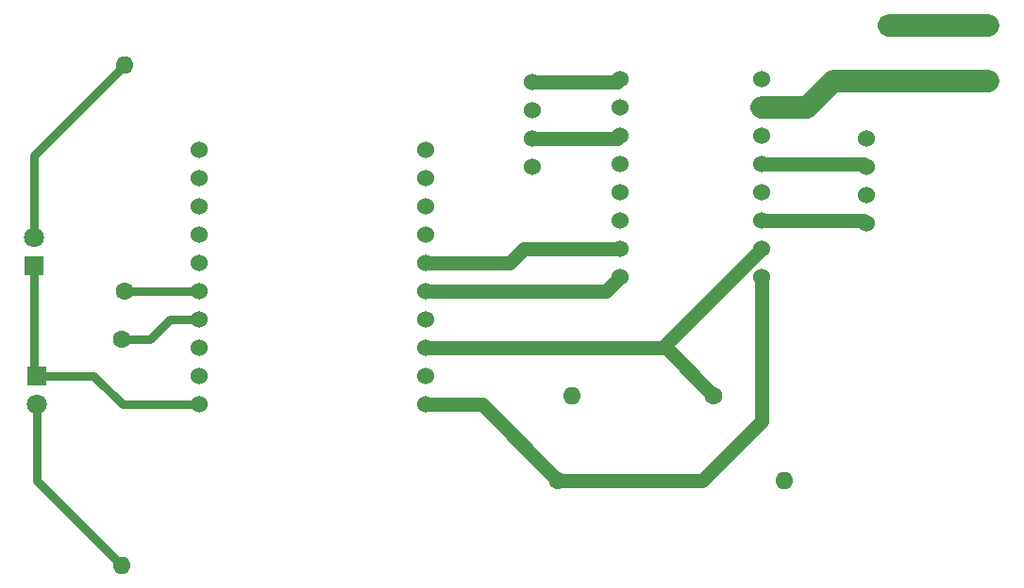
<source format=gtl>
G04 #@! TF.GenerationSoftware,KiCad,Pcbnew,(5.1.10)-1*
G04 #@! TF.CreationDate,2021-11-08T21:36:16-05:00*
G04 #@! TF.ProjectId,SmartShade,536d6172-7453-4686-9164-652e6b696361,rev?*
G04 #@! TF.SameCoordinates,Original*
G04 #@! TF.FileFunction,Copper,L1,Top*
G04 #@! TF.FilePolarity,Positive*
%FSLAX46Y46*%
G04 Gerber Fmt 4.6, Leading zero omitted, Abs format (unit mm)*
G04 Created by KiCad (PCBNEW (5.1.10)-1) date 2021-11-08 21:36:16*
%MOMM*%
%LPD*%
G01*
G04 APERTURE LIST*
G04 #@! TA.AperFunction,ComponentPad*
%ADD10R,1.600000X1.600000*%
G04 #@! TD*
G04 #@! TA.AperFunction,ComponentPad*
%ADD11C,1.600000*%
G04 #@! TD*
G04 #@! TA.AperFunction,ComponentPad*
%ADD12C,1.800000*%
G04 #@! TD*
G04 #@! TA.AperFunction,ComponentPad*
%ADD13R,1.800000X1.800000*%
G04 #@! TD*
G04 #@! TA.AperFunction,ComponentPad*
%ADD14O,1.600000X1.600000*%
G04 #@! TD*
G04 #@! TA.AperFunction,ComponentPad*
%ADD15C,1.524000*%
G04 #@! TD*
G04 #@! TA.AperFunction,Conductor*
%ADD16C,2.032000*%
G04 #@! TD*
G04 #@! TA.AperFunction,Conductor*
%ADD17C,0.762000*%
G04 #@! TD*
G04 #@! TA.AperFunction,Conductor*
%ADD18C,1.270000*%
G04 #@! TD*
G04 APERTURE END LIST*
D10*
X176530000Y-68580000D03*
D11*
X176530000Y-73580000D03*
D12*
X99822000Y-87630000D03*
D13*
X99822000Y-90170000D03*
X100076000Y-100076000D03*
D12*
X100076000Y-102616000D03*
D11*
X107950000Y-92456000D03*
D14*
X107950000Y-72136000D03*
X107696000Y-117094000D03*
D11*
X107696000Y-96774000D03*
X146812000Y-109474000D03*
D14*
X167132000Y-109474000D03*
D11*
X160782000Y-101854000D03*
D14*
X148082000Y-101854000D03*
D15*
X152400000Y-73406000D03*
X152400000Y-75946000D03*
X152400000Y-78486000D03*
X152400000Y-81026000D03*
X152400000Y-83566000D03*
X152400000Y-86106000D03*
X152400000Y-88646000D03*
X152400000Y-91186000D03*
X165100000Y-91186000D03*
X165100000Y-88646000D03*
X165100000Y-86106000D03*
X165100000Y-83566000D03*
X165100000Y-81026000D03*
X165100000Y-78486000D03*
X165100000Y-75946000D03*
X165100000Y-73406000D03*
X114614001Y-79816001D03*
X114614001Y-82356001D03*
X114614001Y-84896001D03*
X114614001Y-87436001D03*
X114614001Y-89976001D03*
X114614001Y-92516001D03*
X114614001Y-95056001D03*
X114614001Y-97596001D03*
X114614001Y-100136001D03*
X114614001Y-102676001D03*
X134934001Y-89976001D03*
X134934001Y-84896001D03*
X134934001Y-79816001D03*
X134934001Y-92516001D03*
X134934001Y-95056001D03*
X134934001Y-97596001D03*
X134934001Y-82356001D03*
X134934001Y-87436001D03*
X134934001Y-100136001D03*
X134934001Y-102676001D03*
X144526000Y-73660000D03*
X144526000Y-76200000D03*
X144526000Y-78740000D03*
X144526000Y-81280000D03*
X185420000Y-68580000D03*
X185420000Y-73660000D03*
X174498000Y-78740000D03*
X174498000Y-81280000D03*
X174498000Y-83820000D03*
X174498000Y-86360000D03*
D16*
X176530000Y-68580000D02*
X185420000Y-68580000D01*
X165100000Y-75946000D02*
X169164000Y-75946000D01*
X171530000Y-73580000D02*
X176530000Y-73580000D01*
X169164000Y-75946000D02*
X171530000Y-73580000D01*
D17*
X185340000Y-73580000D02*
X185420000Y-73660000D01*
D16*
X176530000Y-73580000D02*
X185340000Y-73580000D01*
D17*
X99822000Y-80264000D02*
X107950000Y-72136000D01*
X99822000Y-87630000D02*
X99822000Y-80264000D01*
X99822000Y-99822000D02*
X100076000Y-100076000D01*
X99822000Y-90170000D02*
X99822000Y-99822000D01*
X100076000Y-100076000D02*
X105156000Y-100076000D01*
X107756001Y-102676001D02*
X114614001Y-102676001D01*
X105156000Y-100076000D02*
X107756001Y-102676001D01*
X100076000Y-109474000D02*
X107696000Y-117094000D01*
X100076000Y-102616000D02*
X100076000Y-109474000D01*
X114554000Y-92456000D02*
X114614001Y-92516001D01*
X107950000Y-92456000D02*
X114554000Y-92456000D01*
X107696000Y-96774000D02*
X110236000Y-96774000D01*
X111953999Y-95056001D02*
X114614001Y-95056001D01*
X110236000Y-96774000D02*
X111953999Y-95056001D01*
D18*
X140014001Y-102676001D02*
X146812000Y-109474000D01*
X134934001Y-102676001D02*
X140014001Y-102676001D01*
X165100000Y-91186000D02*
X165100000Y-104140000D01*
X159766000Y-109474000D02*
X146812000Y-109474000D01*
X165100000Y-104140000D02*
X159766000Y-109474000D01*
X156524001Y-97596001D02*
X134934001Y-97596001D01*
X160782000Y-101854000D02*
X156524001Y-97596001D01*
X156524001Y-97221999D02*
X165100000Y-88646000D01*
D17*
X156524001Y-97596001D02*
X156524001Y-97221999D01*
D18*
X152146000Y-73660000D02*
X152400000Y-73406000D01*
X144526000Y-73660000D02*
X152146000Y-73660000D01*
X152146000Y-78740000D02*
X152400000Y-78486000D01*
X144526000Y-78740000D02*
X152146000Y-78740000D01*
X134934001Y-89976001D02*
X142433999Y-89976001D01*
X143764000Y-88646000D02*
X152400000Y-88646000D01*
X142433999Y-89976001D02*
X143764000Y-88646000D01*
X151069999Y-92516001D02*
X152400000Y-91186000D01*
X134934001Y-92516001D02*
X151069999Y-92516001D01*
D17*
X174244000Y-86106000D02*
X174498000Y-86360000D01*
D18*
X165100000Y-86106000D02*
X174244000Y-86106000D01*
D17*
X174244000Y-83566000D02*
X174498000Y-83820000D01*
X174244000Y-81026000D02*
X174498000Y-81280000D01*
D18*
X165100000Y-81026000D02*
X174244000Y-81026000D01*
D17*
X174244000Y-78486000D02*
X174498000Y-78740000D01*
M02*

</source>
